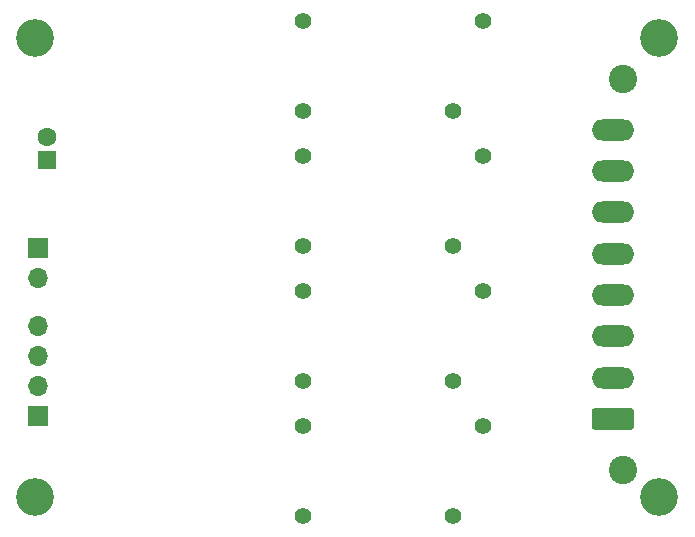
<source format=gbr>
%TF.GenerationSoftware,KiCad,Pcbnew,(6.0.0)*%
%TF.CreationDate,2022-01-04T00:38:58-05:00*%
%TF.ProjectId,4x relay board,34782072-656c-4617-9920-626f6172642e,rev?*%
%TF.SameCoordinates,Original*%
%TF.FileFunction,Soldermask,Bot*%
%TF.FilePolarity,Negative*%
%FSLAX46Y46*%
G04 Gerber Fmt 4.6, Leading zero omitted, Abs format (unit mm)*
G04 Created by KiCad (PCBNEW (6.0.0)) date 2022-01-04 00:38:58*
%MOMM*%
%LPD*%
G01*
G04 APERTURE LIST*
G04 Aperture macros list*
%AMRoundRect*
0 Rectangle with rounded corners*
0 $1 Rounding radius*
0 $2 $3 $4 $5 $6 $7 $8 $9 X,Y pos of 4 corners*
0 Add a 4 corners polygon primitive as box body*
4,1,4,$2,$3,$4,$5,$6,$7,$8,$9,$2,$3,0*
0 Add four circle primitives for the rounded corners*
1,1,$1+$1,$2,$3*
1,1,$1+$1,$4,$5*
1,1,$1+$1,$6,$7*
1,1,$1+$1,$8,$9*
0 Add four rect primitives between the rounded corners*
20,1,$1+$1,$2,$3,$4,$5,0*
20,1,$1+$1,$4,$5,$6,$7,0*
20,1,$1+$1,$6,$7,$8,$9,0*
20,1,$1+$1,$8,$9,$2,$3,0*%
G04 Aperture macros list end*
%ADD10R,1.700000X1.700000*%
%ADD11O,1.700000X1.700000*%
%ADD12C,2.400000*%
%ADD13RoundRect,0.250000X1.550000X-0.650000X1.550000X0.650000X-1.550000X0.650000X-1.550000X-0.650000X0*%
%ADD14O,3.600000X1.800000*%
%ADD15C,3.200000*%
%ADD16C,1.400000*%
%ADD17R,1.600000X1.600000*%
%ADD18C,1.600000*%
G04 APERTURE END LIST*
D10*
%TO.C,J1*%
X130048000Y-66289000D03*
D11*
X130048000Y-68829000D03*
%TD*%
D12*
%TO.C,J3*%
X179577500Y-51975000D03*
X179577500Y-85075000D03*
D13*
X178677500Y-80775000D03*
D14*
X178677500Y-77275000D03*
X178677500Y-73775000D03*
X178677500Y-70275000D03*
X178677500Y-66775000D03*
X178677500Y-63275000D03*
X178677500Y-59775000D03*
X178677500Y-56275000D03*
%TD*%
D15*
%TO.C,H2*%
X182626000Y-87376000D03*
%TD*%
D16*
%TO.C,K2*%
X152465000Y-69955000D03*
X167705000Y-69955000D03*
X165165000Y-77555000D03*
X152465000Y-77555000D03*
%TD*%
D17*
%TO.C,C1*%
X130810000Y-58867113D03*
D18*
X130810000Y-56867113D03*
%TD*%
D10*
%TO.C,J2*%
X130048000Y-80503000D03*
D11*
X130048000Y-77963000D03*
X130048000Y-75423000D03*
X130048000Y-72883000D03*
%TD*%
D16*
%TO.C,K1*%
X152465000Y-81385000D03*
X167705000Y-81385000D03*
X165165000Y-88985000D03*
X152465000Y-88985000D03*
%TD*%
D15*
%TO.C,H4*%
X129794000Y-87376000D03*
%TD*%
%TO.C,H3*%
X129794000Y-48514000D03*
%TD*%
D16*
%TO.C,K4*%
X152465000Y-47095000D03*
X167705000Y-47095000D03*
X165165000Y-54695000D03*
X152465000Y-54695000D03*
%TD*%
D15*
%TO.C,H1*%
X182626000Y-48514000D03*
%TD*%
D16*
%TO.C,K3*%
X152465000Y-58525000D03*
X167705000Y-58525000D03*
X165165000Y-66125000D03*
X152465000Y-66125000D03*
%TD*%
M02*

</source>
